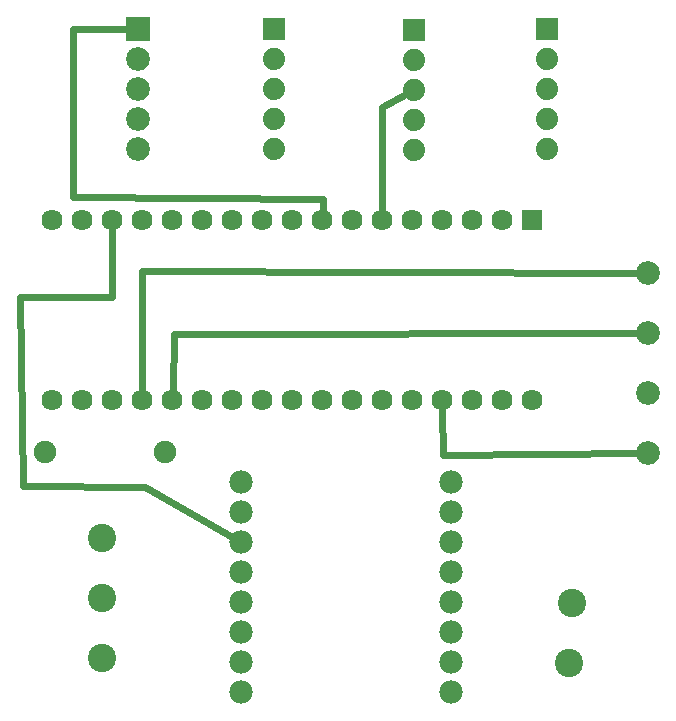
<source format=gbl>
G04 MADE WITH FRITZING*
G04 WWW.FRITZING.ORG*
G04 DOUBLE SIDED*
G04 HOLES PLATED*
G04 CONTOUR ON CENTER OF CONTOUR VECTOR*
%ASAXBY*%
%FSLAX23Y23*%
%MOIN*%
%OFA0B0*%
%SFA1.0B1.0*%
%ADD10C,0.094488*%
%ADD11C,0.079370*%
%ADD12C,0.075000*%
%ADD13C,0.077701*%
%ADD14C,0.070555*%
%ADD15C,0.070583*%
%ADD16C,0.074000*%
%ADD17R,0.070542X0.070570*%
%ADD18R,0.079370X0.079370*%
%ADD19R,0.074000X0.074000*%
%ADD20C,0.024000*%
%LNCOPPER0*%
G90*
G70*
G54D10*
X1936Y407D03*
X1926Y207D03*
X371Y623D03*
X371Y423D03*
X371Y223D03*
G54D11*
X2191Y1507D03*
X2191Y1307D03*
X2191Y1107D03*
X2191Y907D03*
G54D12*
X181Y911D03*
X581Y911D03*
G54D13*
X835Y809D03*
X835Y709D03*
X835Y609D03*
X835Y509D03*
X835Y409D03*
X835Y309D03*
X835Y209D03*
X835Y109D03*
X1535Y809D03*
X1535Y709D03*
X1535Y609D03*
X1535Y509D03*
X1535Y409D03*
X1535Y309D03*
X1535Y209D03*
X1535Y109D03*
G54D14*
X1805Y1682D03*
X1705Y1682D03*
X1605Y1682D03*
X1505Y1682D03*
X1405Y1682D03*
X1305Y1682D03*
X1205Y1682D03*
X1105Y1682D03*
X1005Y1682D03*
G54D15*
X905Y1682D03*
X805Y1682D03*
X705Y1682D03*
G54D14*
X605Y1682D03*
X505Y1682D03*
G54D15*
X405Y1682D03*
X305Y1682D03*
X205Y1682D03*
G54D14*
X1805Y1082D03*
X1705Y1082D03*
X1605Y1082D03*
X1505Y1082D03*
X1405Y1082D03*
X1305Y1082D03*
X1005Y1082D03*
G54D15*
X905Y1082D03*
G54D14*
X1105Y1082D03*
X1205Y1082D03*
G54D15*
X805Y1082D03*
X705Y1082D03*
G54D14*
X605Y1082D03*
X505Y1082D03*
G54D15*
X405Y1082D03*
X305Y1082D03*
X205Y1082D03*
G54D11*
X491Y2320D03*
X491Y2220D03*
X491Y2120D03*
X491Y2020D03*
X491Y1920D03*
G54D16*
X1855Y2318D03*
X1855Y2218D03*
X1855Y2118D03*
X1855Y2018D03*
X1855Y1918D03*
X944Y2319D03*
X944Y2219D03*
X944Y2119D03*
X944Y2019D03*
X944Y1919D03*
X1410Y2316D03*
X1410Y2216D03*
X1410Y2116D03*
X1410Y2016D03*
X1410Y1916D03*
G54D17*
X1805Y1682D03*
G54D18*
X491Y2320D03*
G54D19*
X1855Y2318D03*
X944Y2319D03*
X1410Y2316D03*
G54D20*
X514Y792D02*
X810Y623D01*
D02*
X106Y796D02*
X514Y792D01*
D02*
X96Y1425D02*
X106Y796D01*
D02*
X405Y1652D02*
X404Y1426D01*
D02*
X404Y1426D02*
X96Y1425D01*
D02*
X1304Y2061D02*
X1382Y2102D01*
D02*
X274Y1761D02*
X273Y2320D01*
D02*
X273Y2320D02*
X460Y2320D01*
D02*
X1106Y1754D02*
X274Y1761D01*
D02*
X1305Y1711D02*
X1304Y2061D01*
D02*
X1106Y1711D02*
X1106Y1754D01*
D02*
X2160Y907D02*
X1506Y899D01*
D02*
X1506Y899D02*
X1505Y1052D01*
D02*
X2160Y1307D02*
X609Y1302D01*
D02*
X609Y1302D02*
X606Y1111D01*
D02*
X2160Y1507D02*
X503Y1514D01*
D02*
X503Y1514D02*
X505Y1111D01*
G04 End of Copper0*
M02*
</source>
